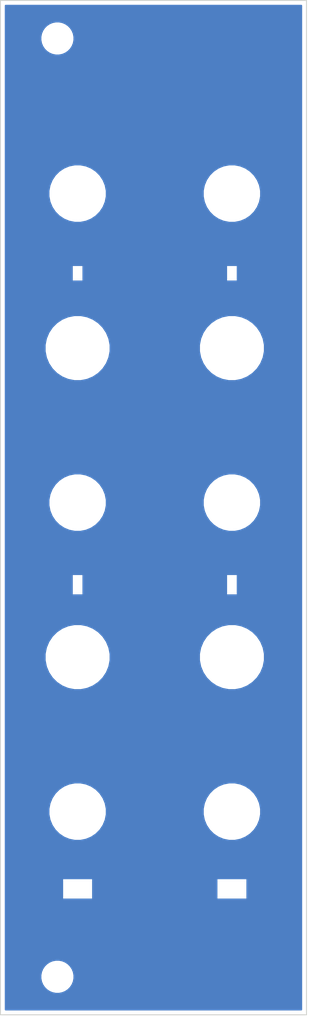
<source format=kicad_pcb>
(kicad_pcb (version 20171130) (host pcbnew 5.1.6-c6e7f7d~87~ubuntu20.04.1)

  (general
    (thickness 1.6)
    (drawings 12)
    (tracks 0)
    (zones 0)
    (modules 12)
    (nets 1)
  )

  (page A4)
  (title_block
    (title pegel)
    (date 2020-09-20)
    (rev 01)
    (comment 1 "PCB for panel")
    (comment 2 "voltage controlled attenuator and ring modulator")
    (comment 4 "License CC BY 4.0 - Attribution 4.0 International")
  )

  (layers
    (0 F.Cu signal)
    (31 B.Cu signal)
    (32 B.Adhes user)
    (33 F.Adhes user)
    (34 B.Paste user)
    (35 F.Paste user)
    (36 B.SilkS user)
    (37 F.SilkS user)
    (38 B.Mask user)
    (39 F.Mask user)
    (40 Dwgs.User user)
    (41 Cmts.User user)
    (42 Eco1.User user)
    (43 Eco2.User user)
    (44 Edge.Cuts user)
    (45 Margin user)
    (46 B.CrtYd user)
    (47 F.CrtYd user)
    (48 B.Fab user)
    (49 F.Fab user)
  )

  (setup
    (last_trace_width 0.25)
    (trace_clearance 0.2)
    (zone_clearance 0.508)
    (zone_45_only no)
    (trace_min 0.2)
    (via_size 0.8)
    (via_drill 0.4)
    (via_min_size 0.4)
    (via_min_drill 0.3)
    (uvia_size 0.3)
    (uvia_drill 0.1)
    (uvias_allowed no)
    (uvia_min_size 0.2)
    (uvia_min_drill 0.1)
    (edge_width 0.05)
    (segment_width 0.2)
    (pcb_text_width 0.3)
    (pcb_text_size 1.5 1.5)
    (mod_edge_width 0.12)
    (mod_text_size 1 1)
    (mod_text_width 0.15)
    (pad_size 5 5)
    (pad_drill 0)
    (pad_to_mask_clearance 0.051)
    (solder_mask_min_width 0.25)
    (aux_axis_origin 0 0)
    (visible_elements 7FFFFFFF)
    (pcbplotparams
      (layerselection 0x010f0_ffffffff)
      (usegerberextensions false)
      (usegerberattributes false)
      (usegerberadvancedattributes false)
      (creategerberjobfile false)
      (excludeedgelayer true)
      (linewidth 0.100000)
      (plotframeref false)
      (viasonmask false)
      (mode 1)
      (useauxorigin false)
      (hpglpennumber 1)
      (hpglpenspeed 20)
      (hpglpendiameter 15.000000)
      (psnegative false)
      (psa4output false)
      (plotreference true)
      (plotvalue true)
      (plotinvisibletext false)
      (padsonsilk false)
      (subtractmaskfromsilk false)
      (outputformat 1)
      (mirror false)
      (drillshape 0)
      (scaleselection 1)
      (outputdirectory "gerbers/"))
  )

  (net 0 "")

  (net_class Default "This is the default net class."
    (clearance 0.2)
    (trace_width 0.25)
    (via_dia 0.8)
    (via_drill 0.4)
    (uvia_dia 0.3)
    (uvia_drill 0.1)
  )

  (module elektrophon:panel_jack (layer F.Cu) (tedit 5DA46DDA) (tstamp 5F65C5E9)
    (at 55.88 132.08)
    (descr "Mounting Hole 8.4mm, no annular, M8")
    (tags "mounting hole 8.4mm no annular m8")
    (path /5F66785D)
    (attr virtual)
    (fp_text reference H10 (at 0 -9.4) (layer F.SilkS) hide
      (effects (font (size 1 1) (thickness 0.15)))
    )
    (fp_text value out (at 0 10.16) (layer F.Mask)
      (effects (font (size 2 1.4) (thickness 0.25)))
    )
    (fp_circle (center 0 0) (end 4.2 0) (layer F.CrtYd) (width 0.05))
    (fp_circle (center 0 0) (end 4 0) (layer Cmts.User) (width 0.15))
    (fp_text user %R (at 0.3 0) (layer F.Fab)
      (effects (font (size 1 1) (thickness 0.15)))
    )
    (pad "" np_thru_hole circle (at 0 0) (size 6.4 6.4) (drill 6.4) (layers *.Cu *.Mask))
    (model "${KIPRJMOD}/../../../lib/kicad/models/PJ301M-12 Thonkiconn v0.2.stp"
      (offset (xyz 0 0.8 -10.5))
      (scale (xyz 1 1 1))
      (rotate (xyz 0 0 0))
    )
  )

  (module MountingHole:MountingHole_3.2mm_M3 (layer F.Cu) (tedit 56D1B4CB) (tstamp 5EB6B789)
    (at 32.9 153.8)
    (descr "Mounting Hole 3.2mm, no annular, M3")
    (tags "mounting hole 3.2mm no annular m3")
    (path /5EB6675B)
    (attr virtual)
    (fp_text reference H12 (at 0 -4.2) (layer F.SilkS) hide
      (effects (font (size 1 1) (thickness 0.15)))
    )
    (fp_text value MountingHole (at 0 4.2) (layer F.Fab) hide
      (effects (font (size 1 1) (thickness 0.15)))
    )
    (fp_circle (center 0 0) (end 3.2 0) (layer Cmts.User) (width 0.15))
    (fp_circle (center 0 0) (end 3.45 0) (layer F.CrtYd) (width 0.05))
    (fp_text user %R (at 0.3 0) (layer F.Fab) hide
      (effects (font (size 1 1) (thickness 0.15)))
    )
    (pad 1 np_thru_hole circle (at 0 0) (size 3.2 3.2) (drill 3.2) (layers *.Cu *.Mask))
  )

  (module MountingHole:MountingHole_3.2mm_M3 (layer F.Cu) (tedit 56D1B4CB) (tstamp 5EB6B781)
    (at 32.9 30.4)
    (descr "Mounting Hole 3.2mm, no annular, M3")
    (tags "mounting hole 3.2mm no annular m3")
    (path /5EB66265)
    (attr virtual)
    (fp_text reference H11 (at 0 -4.2) (layer F.SilkS) hide
      (effects (font (size 1 1) (thickness 0.15)))
    )
    (fp_text value MountingHole (at 0 4.2) (layer F.Fab) hide
      (effects (font (size 1 1) (thickness 0.15)))
    )
    (fp_circle (center 0 0) (end 3.2 0) (layer Cmts.User) (width 0.15))
    (fp_circle (center 0 0) (end 3.45 0) (layer F.CrtYd) (width 0.05))
    (fp_text user %R (at 0.3 0) (layer F.Fab) hide
      (effects (font (size 1 1) (thickness 0.15)))
    )
    (pad 1 np_thru_hole circle (at 0 0) (size 3.2 3.2) (drill 3.2) (layers *.Cu *.Mask))
  )

  (module elektrophon:panel_jack (layer F.Cu) (tedit 5DA46DDA) (tstamp 5D6B4C03)
    (at 35.56 132.08)
    (descr "Mounting Hole 8.4mm, no annular, M8")
    (tags "mounting hole 8.4mm no annular m8")
    (path /5D6B07F8)
    (attr virtual)
    (fp_text reference H5 (at 0 -9.4) (layer F.SilkS) hide
      (effects (font (size 1 1) (thickness 0.15)))
    )
    (fp_text value out (at 0 10.16) (layer F.Mask)
      (effects (font (size 2 1.4) (thickness 0.25)))
    )
    (fp_circle (center 0 0) (end 4 0) (layer Cmts.User) (width 0.15))
    (fp_circle (center 0 0) (end 4.2 0) (layer F.CrtYd) (width 0.05))
    (fp_text user %R (at 0.3 0) (layer F.Fab) hide
      (effects (font (size 1 1) (thickness 0.15)))
    )
    (pad "" np_thru_hole circle (at 0 0) (size 6.4 6.4) (drill 6.4) (layers *.Cu *.Mask))
    (model "${KIPRJMOD}/../../../lib/kicad/models/PJ301M-12 Thonkiconn v0.2.stp"
      (offset (xyz 0 0.8 -10.5))
      (scale (xyz 1 1 1))
      (rotate (xyz 0 0 0))
    )
  )

  (module elektrophon:panel_potentiometer (layer F.Cu) (tedit 5EE650CE) (tstamp 5EADD279)
    (at 35.56 71.12)
    (descr "Mounting Hole 8.4mm, no annular, M8")
    (tags "mounting hole 8.4mm no annular m8")
    (path /5D6AFC22)
    (attr virtual)
    (fp_text reference H2 (at 0 -9.4) (layer F.SilkS) hide
      (effects (font (size 1 1) (thickness 0.15)))
    )
    (fp_text value Y (at 0 10.795 180) (layer F.Mask) hide
      (effects (font (size 2 1.4) (thickness 0.25)))
    )
    (fp_circle (center 0 0) (end 6.35 0) (layer Cmts.User) (width 0.15))
    (fp_circle (center 0 0) (end 6.6 0) (layer F.CrtYd) (width 0.05))
    (fp_text user %R (at 0.3 0) (layer F.Fab) hide
      (effects (font (size 1 1) (thickness 0.15)))
    )
    (pad "" np_thru_hole circle (at 0 0) (size 7.4 7.4) (drill 7.4) (layers *.Cu *.Mask))
    (model ${KIPRJMOD}/../../../lib/kicad/models/ALPHA-RD901F-40.step
      (offset (xyz 0 0.5 -12))
      (scale (xyz 1 1 1))
      (rotate (xyz 0 0 0))
    )
  )

  (module elektrophon:panel_jack (layer F.Cu) (tedit 5DA46DDA) (tstamp 5EADD271)
    (at 35.56 50.8)
    (descr "Mounting Hole 8.4mm, no annular, M8")
    (tags "mounting hole 8.4mm no annular m8")
    (path /5D6B047C)
    (attr virtual)
    (fp_text reference H1 (at 0 -9.4) (layer F.SilkS) hide
      (effects (font (size 1 1) (thickness 0.15)))
    )
    (fp_text value x (at 0 10.16) (layer F.Mask)
      (effects (font (size 2 1.4) (thickness 0.25)))
    )
    (fp_circle (center 0 0) (end 4 0) (layer Cmts.User) (width 0.15))
    (fp_circle (center 0 0) (end 4.2 0) (layer F.CrtYd) (width 0.05))
    (fp_text user %R (at 0.3 0) (layer F.Fab) hide
      (effects (font (size 1 1) (thickness 0.15)))
    )
    (pad "" np_thru_hole circle (at 0 0) (size 6.4 6.4) (drill 6.4) (layers *.Cu *.Mask))
    (model "${KIPRJMOD}/../../../lib/kicad/models/PJ301M-12 Thonkiconn v0.2.stp"
      (offset (xyz 0 0.8 -10.5))
      (scale (xyz 1 1 1))
      (rotate (xyz 0 0 0))
    )
  )

  (module elektrophon:panel_potentiometer (layer F.Cu) (tedit 5EE650CE) (tstamp 5EADD16B)
    (at 55.88 111.76)
    (descr "Mounting Hole 8.4mm, no annular, M8")
    (tags "mounting hole 8.4mm no annular m8")
    (path /5EADB1C2)
    (attr virtual)
    (fp_text reference H9 (at 0 -9.4) (layer F.SilkS) hide
      (effects (font (size 1 1) (thickness 0.15)))
    )
    (fp_text value vol4 (at -26.67 0 90) (layer F.Mask) hide
      (effects (font (size 2 1.4) (thickness 0.25)))
    )
    (fp_circle (center 0 0) (end 6.35 0) (layer Cmts.User) (width 0.15))
    (fp_circle (center 0 0) (end 6.6 0) (layer F.CrtYd) (width 0.05))
    (fp_text user %R (at 0.3 0) (layer F.Fab) hide
      (effects (font (size 1 1) (thickness 0.15)))
    )
    (pad "" np_thru_hole circle (at 0 0) (size 7.4 7.4) (drill 7.4) (layers *.Cu *.Mask))
    (model ${KIPRJMOD}/../../../lib/kicad/models/ALPHA-RD901F-40.step
      (offset (xyz 0 0.5 -12))
      (scale (xyz 1 1 1))
      (rotate (xyz 0 0 0))
    )
  )

  (module elektrophon:panel_potentiometer (layer F.Cu) (tedit 5EE650CE) (tstamp 5EADD163)
    (at 55.88 71.12)
    (descr "Mounting Hole 8.4mm, no annular, M8")
    (tags "mounting hole 8.4mm no annular m8")
    (path /5EADA36C)
    (attr virtual)
    (fp_text reference H7 (at 0 -9.4) (layer F.SilkS) hide
      (effects (font (size 1 1) (thickness 0.15)))
    )
    (fp_text value Y (at 0 10.795 180) (layer F.Mask) hide
      (effects (font (size 2 1.4) (thickness 0.25)))
    )
    (fp_circle (center 0 0) (end 6.35 0) (layer Cmts.User) (width 0.15))
    (fp_circle (center 0 0) (end 6.6 0) (layer F.CrtYd) (width 0.05))
    (fp_text user %R (at 0.3 0) (layer F.Fab) hide
      (effects (font (size 1 1) (thickness 0.15)))
    )
    (pad "" np_thru_hole circle (at 0 0) (size 7.4 7.4) (drill 7.4) (layers *.Cu *.Mask))
    (model ${KIPRJMOD}/../../../lib/kicad/models/ALPHA-RD901F-40.step
      (offset (xyz 0 0.5 -12))
      (scale (xyz 1 1 1))
      (rotate (xyz 0 0 0))
    )
  )

  (module elektrophon:panel_potentiometer (layer F.Cu) (tedit 5EE650CE) (tstamp 5EADD15B)
    (at 35.56 111.76)
    (descr "Mounting Hole 8.4mm, no annular, M8")
    (tags "mounting hole 8.4mm no annular m8")
    (path /5EAD9687)
    (attr virtual)
    (fp_text reference H4 (at 0 -9.4) (layer F.SilkS) hide
      (effects (font (size 1 1) (thickness 0.15)))
    )
    (fp_text value vol2 (at -26.67 0 90) (layer F.Mask) hide
      (effects (font (size 2 1.4) (thickness 0.25)))
    )
    (fp_circle (center 0 0) (end 6.35 0) (layer Cmts.User) (width 0.15))
    (fp_circle (center 0 0) (end 6.6 0) (layer F.CrtYd) (width 0.05))
    (fp_text user %R (at 0.3 0) (layer F.Fab) hide
      (effects (font (size 1 1) (thickness 0.15)))
    )
    (pad "" np_thru_hole circle (at 0 0) (size 7.4 7.4) (drill 7.4) (layers *.Cu *.Mask))
    (model ${KIPRJMOD}/../../../lib/kicad/models/ALPHA-RD901F-40.step
      (offset (xyz 0 0.5 -12))
      (scale (xyz 1 1 1))
      (rotate (xyz 0 0 0))
    )
  )

  (module elektrophon:panel_jack (layer F.Cu) (tedit 5DA46DDA) (tstamp 5EADD14B)
    (at 55.88 91.44)
    (descr "Mounting Hole 8.4mm, no annular, M8")
    (tags "mounting hole 8.4mm no annular m8")
    (path /5EADB1C8)
    (attr virtual)
    (fp_text reference H8 (at 0 -9.4) (layer F.SilkS) hide
      (effects (font (size 1 1) (thickness 0.15)))
    )
    (fp_text value y (at 0 10.16) (layer F.Mask)
      (effects (font (size 2 1.4) (thickness 0.25)))
    )
    (fp_circle (center 0 0) (end 4 0) (layer Cmts.User) (width 0.15))
    (fp_circle (center 0 0) (end 4.2 0) (layer F.CrtYd) (width 0.05))
    (fp_text user %R (at 0.3 0) (layer F.Fab) hide
      (effects (font (size 1 1) (thickness 0.15)))
    )
    (pad "" np_thru_hole circle (at 0 0) (size 6.4 6.4) (drill 6.4) (layers *.Cu *.Mask))
    (model "${KIPRJMOD}/../../../lib/kicad/models/PJ301M-12 Thonkiconn v0.2.stp"
      (offset (xyz 0 0.8 -10.5))
      (scale (xyz 1 1 1))
      (rotate (xyz 0 0 0))
    )
  )

  (module elektrophon:panel_jack (layer F.Cu) (tedit 5DA46DDA) (tstamp 5EADD12D)
    (at 55.88 50.8)
    (descr "Mounting Hole 8.4mm, no annular, M8")
    (tags "mounting hole 8.4mm no annular m8")
    (path /5EADA372)
    (attr virtual)
    (fp_text reference H6 (at 0 -9.4) (layer F.SilkS) hide
      (effects (font (size 1 1) (thickness 0.15)))
    )
    (fp_text value x (at 0 10.16) (layer F.Mask)
      (effects (font (size 2 1.4) (thickness 0.25)))
    )
    (fp_circle (center 0 0) (end 4 0) (layer Cmts.User) (width 0.15))
    (fp_circle (center 0 0) (end 4.2 0) (layer F.CrtYd) (width 0.05))
    (fp_text user %R (at 0.3 0) (layer F.Fab) hide
      (effects (font (size 1 1) (thickness 0.15)))
    )
    (pad "" np_thru_hole circle (at 0 0) (size 6.4 6.4) (drill 6.4) (layers *.Cu *.Mask))
    (model "${KIPRJMOD}/../../../lib/kicad/models/PJ301M-12 Thonkiconn v0.2.stp"
      (offset (xyz 0 0.8 -10.5))
      (scale (xyz 1 1 1))
      (rotate (xyz 0 0 0))
    )
  )

  (module elektrophon:panel_jack (layer F.Cu) (tedit 5DA46DDA) (tstamp 5EADD11D)
    (at 35.56 91.44)
    (descr "Mounting Hole 8.4mm, no annular, M8")
    (tags "mounting hole 8.4mm no annular m8")
    (path /5EAD968D)
    (attr virtual)
    (fp_text reference H3 (at 0 -9.4) (layer F.SilkS) hide
      (effects (font (size 1 1) (thickness 0.15)))
    )
    (fp_text value y (at 0 10.16) (layer F.Mask)
      (effects (font (size 2 1.4) (thickness 0.25)))
    )
    (fp_circle (center 0 0) (end 4 0) (layer Cmts.User) (width 0.15))
    (fp_circle (center 0 0) (end 4.2 0) (layer F.CrtYd) (width 0.05))
    (fp_text user %R (at 0.3 0) (layer F.Fab) hide
      (effects (font (size 1 1) (thickness 0.15)))
    )
    (pad "" np_thru_hole circle (at 0 0) (size 6.4 6.4) (drill 6.4) (layers *.Cu *.Mask))
    (model "${KIPRJMOD}/../../../lib/kicad/models/PJ301M-12 Thonkiconn v0.2.stp"
      (offset (xyz 0 0.8 -10.5))
      (scale (xyz 1 1 1))
      (rotate (xyz 0 0 0))
    )
  )

  (gr_text out (at 55.88 142.24) (layer B.Mask) (tstamp 5F65CB7C)
    (effects (font (size 2 1.4) (thickness 0.25)))
  )
  (gr_text out (at 35.56 142.24) (layer B.Mask) (tstamp 5F65CB7C)
    (effects (font (size 2 1.4) (thickness 0.25)))
  )
  (gr_text y (at 55.88 101.6) (layer B.Mask) (tstamp 5F65CB2F)
    (effects (font (size 2 1.4) (thickness 0.25)))
  )
  (gr_text y (at 35.56 101.6) (layer B.Mask) (tstamp 5F65CB2F)
    (effects (font (size 2 1.4) (thickness 0.25)))
  )
  (gr_text x (at 55.88 60.96) (layer B.Mask) (tstamp 5F65CB2F)
    (effects (font (size 2 1.4) (thickness 0.25)))
  )
  (gr_text x (at 35.56 60.96) (layer B.Mask)
    (effects (font (size 2 1.4) (thickness 0.25)))
  )
  (gr_text R01 (at 60.12 155.09) (layer F.Cu)
    (effects (font (size 2 1.4) (thickness 0.25)))
  )
  (gr_text pegel (at 48.26 30.48) (layer F.Mask)
    (effects (font (size 3 3) (thickness 0.35)))
  )
  (gr_line (start 65.7 158.8) (end 25.4 158.8) (layer Edge.Cuts) (width 0.12))
  (gr_line (start 65.7 25.4) (end 65.7 158.8) (layer Edge.Cuts) (width 0.12))
  (gr_line (start 25.4 25.4) (end 25.4 158.8) (layer Edge.Cuts) (width 0.12))
  (gr_line (start 25.4 25.4) (end 65.7 25.4) (layer Edge.Cuts) (width 0.12))

  (zone (net 0) (net_name "") (layer B.Cu) (tstamp 5EC9047D) (hatch edge 0.508)
    (connect_pads (clearance 0.508))
    (min_thickness 0.254)
    (fill yes (arc_segments 32) (thermal_gap 0.508) (thermal_bridge_width 0.508))
    (polygon
      (pts
        (xy 66.04 160.02) (xy 25.4 160.02) (xy 25.4 25.4) (xy 66.04 25.4)
      )
    )
    (filled_polygon
      (pts
        (xy 65.005001 158.105) (xy 26.095 158.105) (xy 26.095 153.579872) (xy 30.665 153.579872) (xy 30.665 154.020128)
        (xy 30.75089 154.451925) (xy 30.919369 154.858669) (xy 31.163962 155.224729) (xy 31.475271 155.536038) (xy 31.841331 155.780631)
        (xy 32.248075 155.94911) (xy 32.679872 156.035) (xy 33.120128 156.035) (xy 33.551925 155.94911) (xy 33.958669 155.780631)
        (xy 34.324729 155.536038) (xy 34.636038 155.224729) (xy 34.880631 154.858669) (xy 35.04911 154.451925) (xy 35.135 154.020128)
        (xy 35.135 153.579872) (xy 35.04911 153.148075) (xy 34.880631 152.741331) (xy 34.636038 152.375271) (xy 34.324729 152.063962)
        (xy 33.958669 151.819369) (xy 33.551925 151.65089) (xy 33.120128 151.565) (xy 32.679872 151.565) (xy 32.248075 151.65089)
        (xy 31.841331 151.819369) (xy 31.475271 152.063962) (xy 31.163962 152.375271) (xy 30.919369 152.741331) (xy 30.75089 153.148075)
        (xy 30.665 153.579872) (xy 26.095 153.579872) (xy 26.095 140.97) (xy 33.528 140.97) (xy 33.528 143.51)
        (xy 33.53044 143.534776) (xy 33.537667 143.558601) (xy 33.549403 143.580557) (xy 33.565197 143.599803) (xy 33.584443 143.615597)
        (xy 33.606399 143.627333) (xy 33.630224 143.63456) (xy 33.655 143.637) (xy 37.465 143.637) (xy 37.489776 143.63456)
        (xy 37.513601 143.627333) (xy 37.535557 143.615597) (xy 37.554803 143.599803) (xy 37.570597 143.580557) (xy 37.582333 143.558601)
        (xy 37.58956 143.534776) (xy 37.592 143.51) (xy 37.592 140.97) (xy 53.848 140.97) (xy 53.848 143.51)
        (xy 53.85044 143.534776) (xy 53.857667 143.558601) (xy 53.869403 143.580557) (xy 53.885197 143.599803) (xy 53.904443 143.615597)
        (xy 53.926399 143.627333) (xy 53.950224 143.63456) (xy 53.975 143.637) (xy 57.785 143.637) (xy 57.809776 143.63456)
        (xy 57.833601 143.627333) (xy 57.855557 143.615597) (xy 57.874803 143.599803) (xy 57.890597 143.580557) (xy 57.902333 143.558601)
        (xy 57.90956 143.534776) (xy 57.912 143.51) (xy 57.912 140.97) (xy 57.90956 140.945224) (xy 57.902333 140.921399)
        (xy 57.890597 140.899443) (xy 57.874803 140.880197) (xy 57.855557 140.864403) (xy 57.833601 140.852667) (xy 57.809776 140.84544)
        (xy 57.785 140.843) (xy 53.975 140.843) (xy 53.950224 140.84544) (xy 53.926399 140.852667) (xy 53.904443 140.864403)
        (xy 53.885197 140.880197) (xy 53.869403 140.899443) (xy 53.857667 140.921399) (xy 53.85044 140.945224) (xy 53.848 140.97)
        (xy 37.592 140.97) (xy 37.58956 140.945224) (xy 37.582333 140.921399) (xy 37.570597 140.899443) (xy 37.554803 140.880197)
        (xy 37.535557 140.864403) (xy 37.513601 140.852667) (xy 37.489776 140.84544) (xy 37.465 140.843) (xy 33.655 140.843)
        (xy 33.630224 140.84544) (xy 33.606399 140.852667) (xy 33.584443 140.864403) (xy 33.565197 140.880197) (xy 33.549403 140.899443)
        (xy 33.537667 140.921399) (xy 33.53044 140.945224) (xy 33.528 140.97) (xy 26.095 140.97) (xy 26.095 131.702285)
        (xy 31.725 131.702285) (xy 31.725 132.457715) (xy 31.872377 133.198628) (xy 32.161467 133.896554) (xy 32.581161 134.52467)
        (xy 33.11533 135.058839) (xy 33.743446 135.478533) (xy 34.441372 135.767623) (xy 35.182285 135.915) (xy 35.937715 135.915)
        (xy 36.678628 135.767623) (xy 37.376554 135.478533) (xy 38.00467 135.058839) (xy 38.538839 134.52467) (xy 38.958533 133.896554)
        (xy 39.247623 133.198628) (xy 39.395 132.457715) (xy 39.395 131.702285) (xy 52.045 131.702285) (xy 52.045 132.457715)
        (xy 52.192377 133.198628) (xy 52.481467 133.896554) (xy 52.901161 134.52467) (xy 53.43533 135.058839) (xy 54.063446 135.478533)
        (xy 54.761372 135.767623) (xy 55.502285 135.915) (xy 56.257715 135.915) (xy 56.998628 135.767623) (xy 57.696554 135.478533)
        (xy 58.32467 135.058839) (xy 58.858839 134.52467) (xy 59.278533 133.896554) (xy 59.567623 133.198628) (xy 59.715 132.457715)
        (xy 59.715 131.702285) (xy 59.567623 130.961372) (xy 59.278533 130.263446) (xy 58.858839 129.63533) (xy 58.32467 129.101161)
        (xy 57.696554 128.681467) (xy 56.998628 128.392377) (xy 56.257715 128.245) (xy 55.502285 128.245) (xy 54.761372 128.392377)
        (xy 54.063446 128.681467) (xy 53.43533 129.101161) (xy 52.901161 129.63533) (xy 52.481467 130.263446) (xy 52.192377 130.961372)
        (xy 52.045 131.702285) (xy 39.395 131.702285) (xy 39.247623 130.961372) (xy 38.958533 130.263446) (xy 38.538839 129.63533)
        (xy 38.00467 129.101161) (xy 37.376554 128.681467) (xy 36.678628 128.392377) (xy 35.937715 128.245) (xy 35.182285 128.245)
        (xy 34.441372 128.392377) (xy 33.743446 128.681467) (xy 33.11533 129.101161) (xy 32.581161 129.63533) (xy 32.161467 130.263446)
        (xy 31.872377 130.961372) (xy 31.725 131.702285) (xy 26.095 131.702285) (xy 26.095 111.33304) (xy 31.225 111.33304)
        (xy 31.225 112.18696) (xy 31.391592 113.024473) (xy 31.718373 113.813392) (xy 32.192786 114.523401) (xy 32.796599 115.127214)
        (xy 33.506608 115.601627) (xy 34.295527 115.928408) (xy 35.13304 116.095) (xy 35.98696 116.095) (xy 36.824473 115.928408)
        (xy 37.613392 115.601627) (xy 38.323401 115.127214) (xy 38.927214 114.523401) (xy 39.401627 113.813392) (xy 39.728408 113.024473)
        (xy 39.895 112.18696) (xy 39.895 111.33304) (xy 51.545 111.33304) (xy 51.545 112.18696) (xy 51.711592 113.024473)
        (xy 52.038373 113.813392) (xy 52.512786 114.523401) (xy 53.116599 115.127214) (xy 53.826608 115.601627) (xy 54.615527 115.928408)
        (xy 55.45304 116.095) (xy 56.30696 116.095) (xy 57.144473 115.928408) (xy 57.933392 115.601627) (xy 58.643401 115.127214)
        (xy 59.247214 114.523401) (xy 59.721627 113.813392) (xy 60.048408 113.024473) (xy 60.215 112.18696) (xy 60.215 111.33304)
        (xy 60.048408 110.495527) (xy 59.721627 109.706608) (xy 59.247214 108.996599) (xy 58.643401 108.392786) (xy 57.933392 107.918373)
        (xy 57.144473 107.591592) (xy 56.30696 107.425) (xy 55.45304 107.425) (xy 54.615527 107.591592) (xy 53.826608 107.918373)
        (xy 53.116599 108.392786) (xy 52.512786 108.996599) (xy 52.038373 109.706608) (xy 51.711592 110.495527) (xy 51.545 111.33304)
        (xy 39.895 111.33304) (xy 39.728408 110.495527) (xy 39.401627 109.706608) (xy 38.927214 108.996599) (xy 38.323401 108.392786)
        (xy 37.613392 107.918373) (xy 36.824473 107.591592) (xy 35.98696 107.425) (xy 35.13304 107.425) (xy 34.295527 107.591592)
        (xy 33.506608 107.918373) (xy 32.796599 108.392786) (xy 32.192786 108.996599) (xy 31.718373 109.706608) (xy 31.391592 110.495527)
        (xy 31.225 111.33304) (xy 26.095 111.33304) (xy 26.095 100.965) (xy 34.798 100.965) (xy 34.798 103.505)
        (xy 34.80044 103.529776) (xy 34.807667 103.553601) (xy 34.819403 103.575557) (xy 34.835197 103.594803) (xy 34.854443 103.610597)
        (xy 34.876399 103.622333) (xy 34.900224 103.62956) (xy 34.925 103.632) (xy 36.195 103.632) (xy 36.219776 103.62956)
        (xy 36.243601 103.622333) (xy 36.265557 103.610597) (xy 36.284803 103.594803) (xy 36.300597 103.575557) (xy 36.312333 103.553601)
        (xy 36.31956 103.529776) (xy 36.322 103.505) (xy 36.322 100.965) (xy 55.118 100.965) (xy 55.118 103.505)
        (xy 55.12044 103.529776) (xy 55.127667 103.553601) (xy 55.139403 103.575557) (xy 55.155197 103.594803) (xy 55.174443 103.610597)
        (xy 55.196399 103.622333) (xy 55.220224 103.62956) (xy 55.245 103.632) (xy 56.515 103.632) (xy 56.539776 103.62956)
        (xy 56.563601 103.622333) (xy 56.585557 103.610597) (xy 56.604803 103.594803) (xy 56.620597 103.575557) (xy 56.632333 103.553601)
        (xy 56.63956 103.529776) (xy 56.642 103.505) (xy 56.642 100.965) (xy 56.63956 100.940224) (xy 56.632333 100.916399)
        (xy 56.620597 100.894443) (xy 56.604803 100.875197) (xy 56.585557 100.859403) (xy 56.563601 100.847667) (xy 56.539776 100.84044)
        (xy 56.515 100.838) (xy 55.245 100.838) (xy 55.220224 100.84044) (xy 55.196399 100.847667) (xy 55.174443 100.859403)
        (xy 55.155197 100.875197) (xy 55.139403 100.894443) (xy 55.127667 100.916399) (xy 55.12044 100.940224) (xy 55.118 100.965)
        (xy 36.322 100.965) (xy 36.31956 100.940224) (xy 36.312333 100.916399) (xy 36.300597 100.894443) (xy 36.284803 100.875197)
        (xy 36.265557 100.859403) (xy 36.243601 100.847667) (xy 36.219776 100.84044) (xy 36.195 100.838) (xy 34.925 100.838)
        (xy 34.900224 100.84044) (xy 34.876399 100.847667) (xy 34.854443 100.859403) (xy 34.835197 100.875197) (xy 34.819403 100.894443)
        (xy 34.807667 100.916399) (xy 34.80044 100.940224) (xy 34.798 100.965) (xy 26.095 100.965) (xy 26.095 91.062285)
        (xy 31.725 91.062285) (xy 31.725 91.817715) (xy 31.872377 92.558628) (xy 32.161467 93.256554) (xy 32.581161 93.88467)
        (xy 33.11533 94.418839) (xy 33.743446 94.838533) (xy 34.441372 95.127623) (xy 35.182285 95.275) (xy 35.937715 95.275)
        (xy 36.678628 95.127623) (xy 37.376554 94.838533) (xy 38.00467 94.418839) (xy 38.538839 93.88467) (xy 38.958533 93.256554)
        (xy 39.247623 92.558628) (xy 39.395 91.817715) (xy 39.395 91.062285) (xy 52.045 91.062285) (xy 52.045 91.817715)
        (xy 52.192377 92.558628) (xy 52.481467 93.256554) (xy 52.901161 93.88467) (xy 53.43533 94.418839) (xy 54.063446 94.838533)
        (xy 54.761372 95.127623) (xy 55.502285 95.275) (xy 56.257715 95.275) (xy 56.998628 95.127623) (xy 57.696554 94.838533)
        (xy 58.32467 94.418839) (xy 58.858839 93.88467) (xy 59.278533 93.256554) (xy 59.567623 92.558628) (xy 59.715 91.817715)
        (xy 59.715 91.062285) (xy 59.567623 90.321372) (xy 59.278533 89.623446) (xy 58.858839 88.99533) (xy 58.32467 88.461161)
        (xy 57.696554 88.041467) (xy 56.998628 87.752377) (xy 56.257715 87.605) (xy 55.502285 87.605) (xy 54.761372 87.752377)
        (xy 54.063446 88.041467) (xy 53.43533 88.461161) (xy 52.901161 88.99533) (xy 52.481467 89.623446) (xy 52.192377 90.321372)
        (xy 52.045 91.062285) (xy 39.395 91.062285) (xy 39.247623 90.321372) (xy 38.958533 89.623446) (xy 38.538839 88.99533)
        (xy 38.00467 88.461161) (xy 37.376554 88.041467) (xy 36.678628 87.752377) (xy 35.937715 87.605) (xy 35.182285 87.605)
        (xy 34.441372 87.752377) (xy 33.743446 88.041467) (xy 33.11533 88.461161) (xy 32.581161 88.99533) (xy 32.161467 89.623446)
        (xy 31.872377 90.321372) (xy 31.725 91.062285) (xy 26.095 91.062285) (xy 26.095 70.69304) (xy 31.225 70.69304)
        (xy 31.225 71.54696) (xy 31.391592 72.384473) (xy 31.718373 73.173392) (xy 32.192786 73.883401) (xy 32.796599 74.487214)
        (xy 33.506608 74.961627) (xy 34.295527 75.288408) (xy 35.13304 75.455) (xy 35.98696 75.455) (xy 36.824473 75.288408)
        (xy 37.613392 74.961627) (xy 38.323401 74.487214) (xy 38.927214 73.883401) (xy 39.401627 73.173392) (xy 39.728408 72.384473)
        (xy 39.895 71.54696) (xy 39.895 70.69304) (xy 51.545 70.69304) (xy 51.545 71.54696) (xy 51.711592 72.384473)
        (xy 52.038373 73.173392) (xy 52.512786 73.883401) (xy 53.116599 74.487214) (xy 53.826608 74.961627) (xy 54.615527 75.288408)
        (xy 55.45304 75.455) (xy 56.30696 75.455) (xy 57.144473 75.288408) (xy 57.933392 74.961627) (xy 58.643401 74.487214)
        (xy 59.247214 73.883401) (xy 59.721627 73.173392) (xy 60.048408 72.384473) (xy 60.215 71.54696) (xy 60.215 70.69304)
        (xy 60.048408 69.855527) (xy 59.721627 69.066608) (xy 59.247214 68.356599) (xy 58.643401 67.752786) (xy 57.933392 67.278373)
        (xy 57.144473 66.951592) (xy 56.30696 66.785) (xy 55.45304 66.785) (xy 54.615527 66.951592) (xy 53.826608 67.278373)
        (xy 53.116599 67.752786) (xy 52.512786 68.356599) (xy 52.038373 69.066608) (xy 51.711592 69.855527) (xy 51.545 70.69304)
        (xy 39.895 70.69304) (xy 39.728408 69.855527) (xy 39.401627 69.066608) (xy 38.927214 68.356599) (xy 38.323401 67.752786)
        (xy 37.613392 67.278373) (xy 36.824473 66.951592) (xy 35.98696 66.785) (xy 35.13304 66.785) (xy 34.295527 66.951592)
        (xy 33.506608 67.278373) (xy 32.796599 67.752786) (xy 32.192786 68.356599) (xy 31.718373 69.066608) (xy 31.391592 69.855527)
        (xy 31.225 70.69304) (xy 26.095 70.69304) (xy 26.095 60.325) (xy 34.798 60.325) (xy 34.798 62.23)
        (xy 34.80044 62.254776) (xy 34.807667 62.278601) (xy 34.819403 62.300557) (xy 34.835197 62.319803) (xy 34.854443 62.335597)
        (xy 34.876399 62.347333) (xy 34.900224 62.35456) (xy 34.925 62.357) (xy 36.195 62.357) (xy 36.219776 62.35456)
        (xy 36.243601 62.347333) (xy 36.265557 62.335597) (xy 36.284803 62.319803) (xy 36.300597 62.300557) (xy 36.312333 62.278601)
        (xy 36.31956 62.254776) (xy 36.322 62.23) (xy 36.322 60.325) (xy 55.118 60.325) (xy 55.118 62.23)
        (xy 55.12044 62.254776) (xy 55.127667 62.278601) (xy 55.139403 62.300557) (xy 55.155197 62.319803) (xy 55.174443 62.335597)
        (xy 55.196399 62.347333) (xy 55.220224 62.35456) (xy 55.245 62.357) (xy 56.515 62.357) (xy 56.539776 62.35456)
        (xy 56.563601 62.347333) (xy 56.585557 62.335597) (xy 56.604803 62.319803) (xy 56.620597 62.300557) (xy 56.632333 62.278601)
        (xy 56.63956 62.254776) (xy 56.642 62.23) (xy 56.642 60.325) (xy 56.63956 60.300224) (xy 56.632333 60.276399)
        (xy 56.620597 60.254443) (xy 56.604803 60.235197) (xy 56.585557 60.219403) (xy 56.563601 60.207667) (xy 56.539776 60.20044)
        (xy 56.515 60.198) (xy 55.245 60.198) (xy 55.220224 60.20044) (xy 55.196399 60.207667) (xy 55.174443 60.219403)
        (xy 55.155197 60.235197) (xy 55.139403 60.254443) (xy 55.127667 60.276399) (xy 55.12044 60.300224) (xy 55.118 60.325)
        (xy 36.322 60.325) (xy 36.31956 60.300224) (xy 36.312333 60.276399) (xy 36.300597 60.254443) (xy 36.284803 60.235197)
        (xy 36.265557 60.219403) (xy 36.243601 60.207667) (xy 36.219776 60.20044) (xy 36.195 60.198) (xy 34.925 60.198)
        (xy 34.900224 60.20044) (xy 34.876399 60.207667) (xy 34.854443 60.219403) (xy 34.835197 60.235197) (xy 34.819403 60.254443)
        (xy 34.807667 60.276399) (xy 34.80044 60.300224) (xy 34.798 60.325) (xy 26.095 60.325) (xy 26.095 50.422285)
        (xy 31.725 50.422285) (xy 31.725 51.177715) (xy 31.872377 51.918628) (xy 32.161467 52.616554) (xy 32.581161 53.24467)
        (xy 33.11533 53.778839) (xy 33.743446 54.198533) (xy 34.441372 54.487623) (xy 35.182285 54.635) (xy 35.937715 54.635)
        (xy 36.678628 54.487623) (xy 37.376554 54.198533) (xy 38.00467 53.778839) (xy 38.538839 53.24467) (xy 38.958533 52.616554)
        (xy 39.247623 51.918628) (xy 39.395 51.177715) (xy 39.395 50.422285) (xy 52.045 50.422285) (xy 52.045 51.177715)
        (xy 52.192377 51.918628) (xy 52.481467 52.616554) (xy 52.901161 53.24467) (xy 53.43533 53.778839) (xy 54.063446 54.198533)
        (xy 54.761372 54.487623) (xy 55.502285 54.635) (xy 56.257715 54.635) (xy 56.998628 54.487623) (xy 57.696554 54.198533)
        (xy 58.32467 53.778839) (xy 58.858839 53.24467) (xy 59.278533 52.616554) (xy 59.567623 51.918628) (xy 59.715 51.177715)
        (xy 59.715 50.422285) (xy 59.567623 49.681372) (xy 59.278533 48.983446) (xy 58.858839 48.35533) (xy 58.32467 47.821161)
        (xy 57.696554 47.401467) (xy 56.998628 47.112377) (xy 56.257715 46.965) (xy 55.502285 46.965) (xy 54.761372 47.112377)
        (xy 54.063446 47.401467) (xy 53.43533 47.821161) (xy 52.901161 48.35533) (xy 52.481467 48.983446) (xy 52.192377 49.681372)
        (xy 52.045 50.422285) (xy 39.395 50.422285) (xy 39.247623 49.681372) (xy 38.958533 48.983446) (xy 38.538839 48.35533)
        (xy 38.00467 47.821161) (xy 37.376554 47.401467) (xy 36.678628 47.112377) (xy 35.937715 46.965) (xy 35.182285 46.965)
        (xy 34.441372 47.112377) (xy 33.743446 47.401467) (xy 33.11533 47.821161) (xy 32.581161 48.35533) (xy 32.161467 48.983446)
        (xy 31.872377 49.681372) (xy 31.725 50.422285) (xy 26.095 50.422285) (xy 26.095 30.179872) (xy 30.665 30.179872)
        (xy 30.665 30.620128) (xy 30.75089 31.051925) (xy 30.919369 31.458669) (xy 31.163962 31.824729) (xy 31.475271 32.136038)
        (xy 31.841331 32.380631) (xy 32.248075 32.54911) (xy 32.679872 32.635) (xy 33.120128 32.635) (xy 33.551925 32.54911)
        (xy 33.958669 32.380631) (xy 34.324729 32.136038) (xy 34.636038 31.824729) (xy 34.880631 31.458669) (xy 35.04911 31.051925)
        (xy 35.135 30.620128) (xy 35.135 30.179872) (xy 35.04911 29.748075) (xy 34.880631 29.341331) (xy 34.636038 28.975271)
        (xy 34.324729 28.663962) (xy 33.958669 28.419369) (xy 33.551925 28.25089) (xy 33.120128 28.165) (xy 32.679872 28.165)
        (xy 32.248075 28.25089) (xy 31.841331 28.419369) (xy 31.475271 28.663962) (xy 31.163962 28.975271) (xy 30.919369 29.341331)
        (xy 30.75089 29.748075) (xy 30.665 30.179872) (xy 26.095 30.179872) (xy 26.095 26.095) (xy 65.005 26.095)
      )
    )
  )
  (zone (net 0) (net_name "") (layers F&B.Cu) (tstamp 0) (hatch edge 0.508)
    (connect_pads (clearance 0.508))
    (min_thickness 0.254)
    (keepout (tracks not_allowed) (vias not_allowed) (copperpour not_allowed))
    (fill (arc_segments 32) (thermal_gap 0.508) (thermal_bridge_width 0.508))
    (polygon
      (pts
        (xy 37.465 143.51) (xy 33.655 143.51) (xy 33.655 140.97) (xy 37.465 140.97)
      )
    )
  )
  (zone (net 0) (net_name "") (layers F&B.Cu) (tstamp 0) (hatch edge 0.508)
    (connect_pads (clearance 0.508))
    (min_thickness 0.254)
    (keepout (tracks not_allowed) (vias not_allowed) (copperpour not_allowed))
    (fill (arc_segments 32) (thermal_gap 0.508) (thermal_bridge_width 0.508))
    (polygon
      (pts
        (xy 57.785 143.51) (xy 53.975 143.51) (xy 53.975 140.97) (xy 57.785 140.97)
      )
    )
  )
  (zone (net 0) (net_name "") (layers F&B.Cu) (tstamp 0) (hatch edge 0.508)
    (connect_pads (clearance 0.508))
    (min_thickness 0.254)
    (keepout (tracks not_allowed) (vias not_allowed) (copperpour not_allowed))
    (fill (arc_segments 32) (thermal_gap 0.508) (thermal_bridge_width 0.508))
    (polygon
      (pts
        (xy 36.195 103.505) (xy 34.925 103.505) (xy 34.925 100.965) (xy 36.195 100.965)
      )
    )
  )
  (zone (net 0) (net_name "") (layers F&B.Cu) (tstamp 0) (hatch edge 0.508)
    (connect_pads (clearance 0.508))
    (min_thickness 0.254)
    (keepout (tracks not_allowed) (vias not_allowed) (copperpour not_allowed))
    (fill (arc_segments 32) (thermal_gap 0.508) (thermal_bridge_width 0.508))
    (polygon
      (pts
        (xy 56.515 103.505) (xy 55.245 103.505) (xy 55.245 100.965) (xy 56.515 100.965)
      )
    )
  )
  (zone (net 0) (net_name "") (layers F&B.Cu) (tstamp 0) (hatch edge 0.508)
    (connect_pads (clearance 0.508))
    (min_thickness 0.254)
    (keepout (tracks not_allowed) (vias not_allowed) (copperpour not_allowed))
    (fill (arc_segments 32) (thermal_gap 0.508) (thermal_bridge_width 0.508))
    (polygon
      (pts
        (xy 36.195 62.23) (xy 34.925 62.23) (xy 34.925 60.325) (xy 36.195 60.325)
      )
    )
  )
  (zone (net 0) (net_name "") (layers F&B.Cu) (tstamp 0) (hatch edge 0.508)
    (connect_pads (clearance 0.508))
    (min_thickness 0.254)
    (keepout (tracks not_allowed) (vias not_allowed) (copperpour not_allowed))
    (fill (arc_segments 32) (thermal_gap 0.508) (thermal_bridge_width 0.508))
    (polygon
      (pts
        (xy 56.515 62.23) (xy 55.245 62.23) (xy 55.245 60.325) (xy 56.515 60.325)
      )
    )
  )
)

</source>
